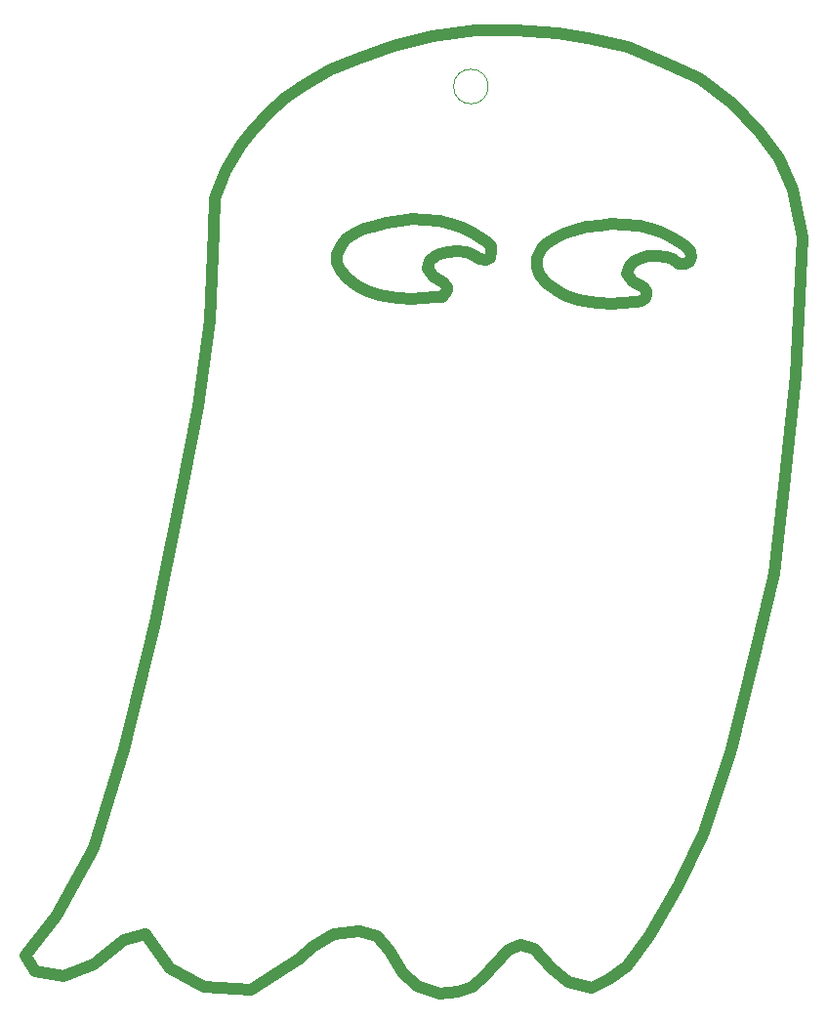
<source format=gbr>
%TF.GenerationSoftware,KiCad,Pcbnew,(5.1.9-0-10_14)*%
%TF.CreationDate,2021-10-18T12:15:18-07:00*%
%TF.ProjectId,ghost_pcb_2,67686f73-745f-4706-9362-5f322e6b6963,rev?*%
%TF.SameCoordinates,Original*%
%TF.FileFunction,Profile,NP*%
%FSLAX46Y46*%
G04 Gerber Fmt 4.6, Leading zero omitted, Abs format (unit mm)*
G04 Created by KiCad (PCBNEW (5.1.9-0-10_14)) date 2021-10-18 12:15:18*
%MOMM*%
%LPD*%
G01*
G04 APERTURE LIST*
%TA.AperFunction,Profile*%
%ADD10C,0.100000*%
%TD*%
%TA.AperFunction,Profile*%
%ADD11C,1.000000*%
%TD*%
G04 APERTURE END LIST*
D10*
X138660000Y-57912000D02*
G75*
G03*
X138660000Y-57912000I-1500000J0D01*
G01*
D11*
X111097548Y-134303498D02*
X114037514Y-135907116D01*
X108959392Y-131363538D02*
X111097548Y-134303498D01*
X113502972Y-85660438D02*
X112166624Y-92609458D01*
X98535878Y-133234418D02*
X99337688Y-134570758D01*
X101208578Y-129759918D02*
X98535878Y-133234418D01*
X134214100Y-76168760D02*
X132891188Y-76263360D01*
X138466332Y-71349340D02*
X138466332Y-71349340D01*
X138938804Y-72282580D02*
X138879744Y-71739120D01*
X138801224Y-72729460D02*
X138938804Y-72282580D01*
X138466330Y-72908660D02*
X138801224Y-72729460D01*
X137887554Y-72885060D02*
X138466330Y-72908660D01*
X137356024Y-72495280D02*
X137887554Y-72885060D01*
X136789062Y-72294460D02*
X137356024Y-72495280D01*
X135962238Y-72176460D02*
X136789062Y-72294460D01*
X135147228Y-72235460D02*
X135962238Y-72176460D01*
X134438524Y-72412660D02*
X135147228Y-72235460D01*
X134072360Y-72625280D02*
X134438524Y-72412660D01*
X133599888Y-73050500D02*
X134072360Y-72625280D01*
X133410908Y-73711960D02*
X133599888Y-73050500D01*
X133883380Y-74373420D02*
X133410908Y-73711960D01*
X134781070Y-74893140D02*
X133883380Y-74373420D01*
X135064550Y-75271120D02*
X134781070Y-74893140D01*
X135064550Y-75554600D02*
X135064550Y-75271120D01*
X134970050Y-75838080D02*
X135064550Y-75554600D01*
X134686570Y-76121560D02*
X134970050Y-75838080D01*
X134214100Y-76168760D02*
X134686570Y-76121560D01*
X138879744Y-71739120D02*
X138466332Y-71349340D01*
X114839324Y-70426080D02*
X114572052Y-78176900D01*
X128686202Y-70026840D02*
X129867382Y-69696120D01*
X127930250Y-70215840D02*
X128686202Y-70026840D01*
X127268792Y-70593800D02*
X127930250Y-70215840D01*
X122322868Y-133501678D02*
X123391948Y-132432598D01*
X118046554Y-136174376D02*
X122322868Y-133501678D01*
X114037514Y-135907116D02*
X118046554Y-136174376D01*
X127400978Y-55458980D02*
X130474580Y-54389900D01*
X124995550Y-56394420D02*
X127400978Y-55458980D01*
X122590128Y-57864420D02*
X124995550Y-56394420D01*
X120986510Y-58933500D02*
X122590128Y-57864420D01*
X119650164Y-60269840D02*
X120986510Y-58933500D01*
X118313816Y-61606180D02*
X119650164Y-60269840D01*
X117244736Y-62942540D02*
X118313816Y-61606180D01*
X104415810Y-123879978D02*
X101208578Y-129759918D01*
X107088502Y-115327358D02*
X104415810Y-123879978D01*
X152657960Y-131497158D02*
X150653440Y-134169858D01*
X155197020Y-127087218D02*
X152657960Y-131497158D01*
X157335180Y-122543638D02*
X155197020Y-127087218D01*
X159740600Y-115327358D02*
X157335180Y-122543638D01*
X161878760Y-106774738D02*
X159740600Y-115327358D01*
X163482380Y-100092998D02*
X161878760Y-106774738D01*
X164284180Y-92609458D02*
X163482380Y-100092998D01*
X165353260Y-82987738D02*
X164284180Y-92609458D01*
X165887800Y-70960620D02*
X165353260Y-82987738D01*
X126418348Y-71066280D02*
X127268792Y-70593800D01*
X126040368Y-71538760D02*
X126418348Y-71066280D01*
X125567902Y-72389200D02*
X126040368Y-71538760D01*
X125567902Y-73192400D02*
X125567902Y-72389200D01*
X125851382Y-73901100D02*
X125567902Y-73192400D01*
X126465596Y-74562560D02*
X125851382Y-73901100D01*
X127268792Y-75176780D02*
X126465596Y-74562560D01*
X128166486Y-75649240D02*
X127268792Y-75176780D01*
X129253168Y-75979960D02*
X128166486Y-75649240D01*
X130150862Y-76168960D02*
X129253168Y-75979960D01*
X130906812Y-76263360D02*
X130150862Y-76168960D01*
X132087992Y-76357760D02*
X130906812Y-76263360D01*
X132891188Y-76263360D02*
X132087992Y-76357760D01*
X151744140Y-72813560D02*
X152452840Y-72636360D01*
X151377980Y-73026180D02*
X151744140Y-72813560D01*
X150905500Y-73451400D02*
X151377980Y-73026180D01*
X150716500Y-74112860D02*
X150905500Y-73451400D01*
X151188980Y-74774320D02*
X150716500Y-74112860D01*
X152086660Y-75294040D02*
X151188980Y-74774320D01*
X152370140Y-75672020D02*
X152086660Y-75294040D01*
X152370140Y-75955500D02*
X152370140Y-75672020D01*
X152275740Y-76238980D02*
X152370140Y-75955500D01*
X151992260Y-76522460D02*
X152275740Y-76238980D01*
X151519800Y-76569660D02*
X151992260Y-76522460D01*
X156185440Y-72140020D02*
X155772040Y-71750240D01*
X138088354Y-71113220D02*
X138466334Y-71349460D01*
X137096172Y-70499060D02*
X138088354Y-71113220D01*
X136245726Y-70073840D02*
X137096172Y-70499060D01*
X135395284Y-69837600D02*
X136245726Y-70073840D01*
X134450340Y-69554120D02*
X135395284Y-69837600D01*
X133080180Y-69459720D02*
X134450340Y-69554120D01*
X132040742Y-69412520D02*
X133080180Y-69459720D01*
X131048556Y-69554320D02*
X132040742Y-69412520D01*
X129867382Y-69696120D02*
X131048556Y-69554320D01*
X143771300Y-74963460D02*
X143157080Y-74302000D01*
X144574500Y-75577680D02*
X143771300Y-74963460D01*
X145472180Y-76050140D02*
X144574500Y-75577680D01*
X146558860Y-76380860D02*
X145472180Y-76050140D01*
X147456560Y-76569860D02*
X146558860Y-76380860D01*
X148212520Y-76664260D02*
X147456560Y-76569860D01*
X149393700Y-76758660D02*
X148212520Y-76664260D01*
X150196880Y-76664260D02*
X149393700Y-76758660D01*
X151519800Y-76569660D02*
X150196880Y-76664260D01*
X155772040Y-71750240D02*
X155772040Y-71750240D01*
X156244440Y-72683480D02*
X156185440Y-72140020D01*
X156106840Y-73130360D02*
X156244440Y-72683480D01*
X155771960Y-73309560D02*
X156106840Y-73130360D01*
X155193180Y-73285960D02*
X155771960Y-73309560D01*
X154661640Y-72896180D02*
X155193180Y-73285960D01*
X154094680Y-72695360D02*
X154661640Y-72896180D01*
X153267860Y-72577360D02*
X154094680Y-72695360D01*
X152452840Y-72636360D02*
X153267860Y-72577360D01*
X155394060Y-71514120D02*
X155772040Y-71750360D01*
X154401880Y-70899960D02*
X155394060Y-71514120D01*
X153551420Y-70474740D02*
X154401880Y-70899960D01*
X152700980Y-70238500D02*
X153551420Y-70474740D01*
X151756040Y-69955020D02*
X152700980Y-70238500D01*
X150385880Y-69860620D02*
X151756040Y-69955020D01*
X149346440Y-69813420D02*
X150385880Y-69860620D01*
X148354260Y-69955220D02*
X149346440Y-69813420D01*
X147173080Y-70097020D02*
X148354260Y-69955220D01*
X145991900Y-70427740D02*
X147173080Y-70097020D01*
X145235940Y-70616740D02*
X145991900Y-70427740D01*
X144574500Y-70994700D02*
X145235940Y-70616740D01*
X143724040Y-71467180D02*
X144574500Y-70994700D01*
X143346060Y-71939660D02*
X143724040Y-71467180D01*
X142873600Y-72790100D02*
X143346060Y-71939660D01*
X142873600Y-73593300D02*
X142873600Y-72790100D01*
X143157080Y-74302000D02*
X142873600Y-73593300D01*
X107088502Y-131898078D02*
X108959392Y-131363538D01*
X104449218Y-134002818D02*
X107088502Y-131898078D01*
X134397822Y-136536116D02*
X135998078Y-136379516D01*
X132499254Y-135859878D02*
X134397822Y-136536116D01*
X131188620Y-134697678D02*
X132499254Y-135859878D01*
X142617740Y-132657918D02*
X141432640Y-132298938D01*
X144188940Y-134302058D02*
X142617740Y-132657918D01*
X145616700Y-135503458D02*
X144188940Y-134302058D01*
X147610860Y-136033996D02*
X145616700Y-135503458D01*
X149183460Y-135238938D02*
X147610860Y-136033996D01*
X150653440Y-134169858D02*
X149183460Y-135238938D01*
X109761202Y-104369298D02*
X107088502Y-115327358D01*
X112166624Y-92609458D02*
X109761202Y-104369298D01*
X141432640Y-132298858D02*
X141432640Y-132298858D01*
X140430940Y-132680138D02*
X141432640Y-132298858D01*
X139185568Y-134060078D02*
X140430940Y-132680138D01*
X114572052Y-78176900D02*
X113502972Y-85660438D01*
X130085952Y-132780378D02*
X131188620Y-134697678D01*
X129000224Y-131508738D02*
X130085952Y-132780378D01*
X127467806Y-131096278D02*
X129000224Y-131508738D01*
X125262832Y-131363538D02*
X127467806Y-131096278D01*
X123391948Y-132432598D02*
X125262832Y-131363538D01*
X101814874Y-134992858D02*
X104449218Y-134002818D01*
X99337688Y-134570758D02*
X101814874Y-134992858D01*
X138406286Y-134955378D02*
X139185568Y-134060078D01*
X137320994Y-135954276D02*
X138406286Y-134955378D01*
X135998078Y-136379516D02*
X137320994Y-135954276D01*
X115908388Y-65214320D02*
X117244736Y-62942540D01*
X114972944Y-67619760D02*
X115908388Y-65214320D01*
X114839324Y-70426080D02*
X114972944Y-67619760D01*
X156934260Y-57196240D02*
X159740600Y-59334400D01*
X153727040Y-55726260D02*
X156934260Y-57196240D01*
X150787080Y-54523540D02*
X153727040Y-55726260D01*
X147312540Y-53721740D02*
X150787080Y-54523540D01*
X144639860Y-53320840D02*
X147312540Y-53721740D01*
X141031720Y-53053560D02*
X144639860Y-53320840D01*
X137557220Y-53053560D02*
X141031720Y-53053560D01*
X133815446Y-53588100D02*
X137557220Y-53053560D01*
X130474580Y-54389900D02*
X133815446Y-53588100D01*
X165887780Y-70960620D02*
X165887780Y-70960620D01*
X165353260Y-68154280D02*
X165887780Y-70960620D01*
X165086000Y-66817940D02*
X165353260Y-68154280D01*
X163883280Y-64145240D02*
X165086000Y-66817940D01*
X162146020Y-61739820D02*
X163883280Y-64145240D01*
X159740600Y-59334400D02*
X162146020Y-61739820D01*
M02*

</source>
